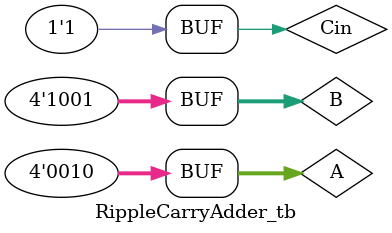
<source format=v>

`timescale 1ns / 1ps


module RippleCarryAdder (A, B, Cin, Sum, Cout);
    input [3:0] A, B;         // 4-bit input operand B
    input Cin;         // Carry-in bit
    output [3:0] Sum;    // 4-bit sum output
    output Cout;            // Carry-out bit


    // Internal carry signals
    wire carryout1, carryout2, carryout3;

    // Instantiate the full adders
    full_adder fa0 (.A(A[0]), .B(B[0]), .Cin(Cin), .Sum(Sum[0]), .Cout(carryout1));
    full_adder fa1 (.A(A[1]), .B(B[1]), .Cin(carryout1), .Sum(Sum[1]), .Cout(carryout2));
    full_adder fa2 (.A(A[2]), .B(B[2]), .Cin(carryout2), .Sum(Sum[2]), .Cout(carryout3));
    full_adder fa3 (.A(A[3]), .B(B[3]), .Cin(carryout3), .Sum(Sum[3]), .Cout(Cout));


endmodule


module full_adder (
    input A,       // Input bit A
    input B,       // Input bit B
    input Cin,     // Carry-in bit
    output Sum,    // Sum output
    output Cout    // Carry-out output
);

    assign Sum = A ^ B ^ Cin;                   // Sum calculation
    assign Cout = (A & B) | (Cin & (A ^ B));   // Carry-out calculation

endmodule



module RippleCarryAdder_tb;

    // Declare the registers and wires for the testbench
    reg [3:0] A, B;       // 4-bit input operands
    reg Cin;              // Carry-in bit
    wire [3:0] Sum;      // 4-bit sum output
    wire Cout;             // Carry-out bit

    // Instantiate the rca module
    RippleCarryAdder uut(A, B, Cin, Sum, Cout);

    // Initial block for stimulus
    initial begin
        // Initialize inputs
        Cin = 1;
        A = 4'b0110;
        B = 4'b1100;

        // Monitor changes and display results
        $monitor("A=%b, B=%b, Cin=%b, Sum=%b, Cout=%b", A, B, Cin, Sum, Cout);

        // Apply test vectors
        #100;
        A = 4'b1110;
        B = 4'b1000;

        #100;
        A = 4'b0111;
        B = 4'b1110;

        #100;
        A = 4'b0010;
        B = 4'b1001;

        #100;
        // End simulation
        
    end

endmodule

</source>
